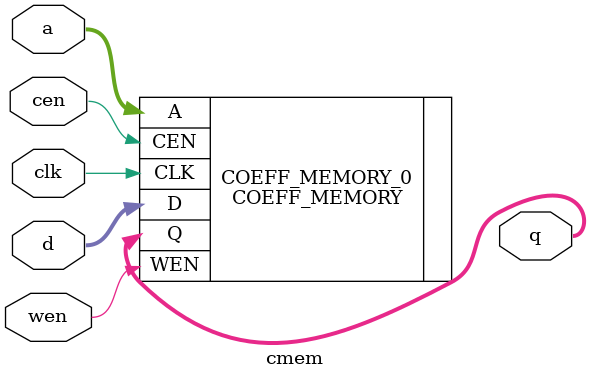
<source format=v>
module cmem(clk, cen, wen, a, d, q);
   input clk, cen, wen; // controllers
   input [5:0] a; //6 bit address
   input [15:0] d; //16 bit data
   output wire [15:0] q;

   COEFF_MEMORY COEFF_MEMORY_0 (.Q(q), .CLK(clk), .CEN(cen), .WEN(wen), .A(a), .D(d));
  
endmodule

   
</source>
